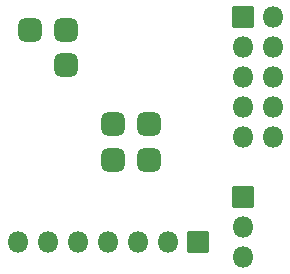
<source format=gbr>
%TF.GenerationSoftware,KiCad,Pcbnew,(6.0.1-0)*%
%TF.CreationDate,2022-05-18T17:32:03-07:00*%
%TF.ProjectId,badge_jig,62616467-655f-46a6-9967-2e6b69636164,rev?*%
%TF.SameCoordinates,Original*%
%TF.FileFunction,Soldermask,Top*%
%TF.FilePolarity,Negative*%
%FSLAX46Y46*%
G04 Gerber Fmt 4.6, Leading zero omitted, Abs format (unit mm)*
G04 Created by KiCad (PCBNEW (6.0.1-0)) date 2022-05-18 17:32:03*
%MOMM*%
%LPD*%
G01*
G04 APERTURE LIST*
G04 Aperture macros list*
%AMRoundRect*
0 Rectangle with rounded corners*
0 $1 Rounding radius*
0 $2 $3 $4 $5 $6 $7 $8 $9 X,Y pos of 4 corners*
0 Add a 4 corners polygon primitive as box body*
4,1,4,$2,$3,$4,$5,$6,$7,$8,$9,$2,$3,0*
0 Add four circle primitives for the rounded corners*
1,1,$1+$1,$2,$3*
1,1,$1+$1,$4,$5*
1,1,$1+$1,$6,$7*
1,1,$1+$1,$8,$9*
0 Add four rect primitives between the rounded corners*
20,1,$1+$1,$2,$3,$4,$5,0*
20,1,$1+$1,$4,$5,$6,$7,0*
20,1,$1+$1,$6,$7,$8,$9,0*
20,1,$1+$1,$8,$9,$2,$3,0*%
G04 Aperture macros list end*
%ADD10RoundRect,0.525000X-0.475000X-0.475000X0.475000X-0.475000X0.475000X0.475000X-0.475000X0.475000X0*%
%ADD11RoundRect,0.050000X-0.850000X-0.850000X0.850000X-0.850000X0.850000X0.850000X-0.850000X0.850000X0*%
%ADD12O,1.800000X1.800000*%
%ADD13RoundRect,0.050000X-0.850000X0.850000X-0.850000X-0.850000X0.850000X-0.850000X0.850000X0.850000X0*%
G04 APERTURE END LIST*
D10*
%TO.C,J3*%
X137000000Y-115600000D03*
%TD*%
%TO.C,J5*%
X137000000Y-112600000D03*
%TD*%
%TO.C,J1*%
X133000000Y-104600000D03*
%TD*%
%TO.C,J6*%
X140000000Y-112600000D03*
%TD*%
D11*
%TO.C,J9*%
X147955000Y-118745000D03*
D12*
X147955000Y-121285000D03*
X147955000Y-123825000D03*
%TD*%
D10*
%TO.C,J7*%
X130000000Y-104600000D03*
%TD*%
D13*
%TO.C,J8*%
X144145000Y-122555000D03*
D12*
X141605000Y-122555000D03*
X139065000Y-122555000D03*
X136525000Y-122555000D03*
X133985000Y-122555000D03*
X131445000Y-122555000D03*
X128905000Y-122555000D03*
%TD*%
D10*
%TO.C,J2*%
X133000000Y-107600000D03*
%TD*%
%TO.C,J4*%
X140000000Y-115600000D03*
%TD*%
D11*
%TO.C,J10*%
X147955000Y-103505000D03*
D12*
X150495000Y-103505000D03*
X147955000Y-106045000D03*
X150495000Y-106045000D03*
X147955000Y-108585000D03*
X150495000Y-108585000D03*
X147955000Y-111125000D03*
X150495000Y-111125000D03*
X147955000Y-113665000D03*
X150495000Y-113665000D03*
%TD*%
M02*

</source>
